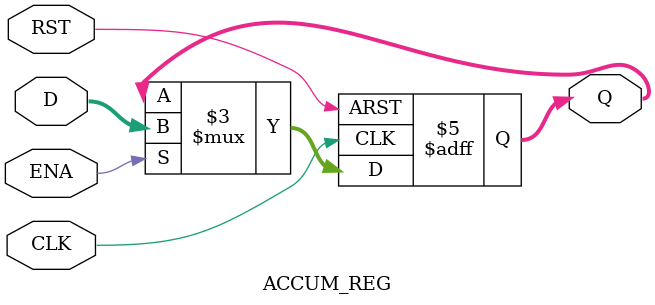
<source format=v>
`timescale 1ns / 1ps
module ACCUM_REG (
	D ,
	Q ,
	ENA ,
	CLK ,
	RST
	);

	input [15:0] D ;
	output [15:0] Q;
	reg [15:0] Q;
	input ENA ;
	input CLK ;
	input RST;
	
	always @(posedge CLK or posedge RST)
      if (RST) // Syncronous reset overrides all other controls
				Q <= 16'h0 ;
		else
			if(ENA) // Update Q whenever LOAD or ENAble asserted
			    Q <=  D ; 	 //#1 D ;
			else
			    Q <= Q ;     //#1 Q ;
		
endmodule 

</source>
